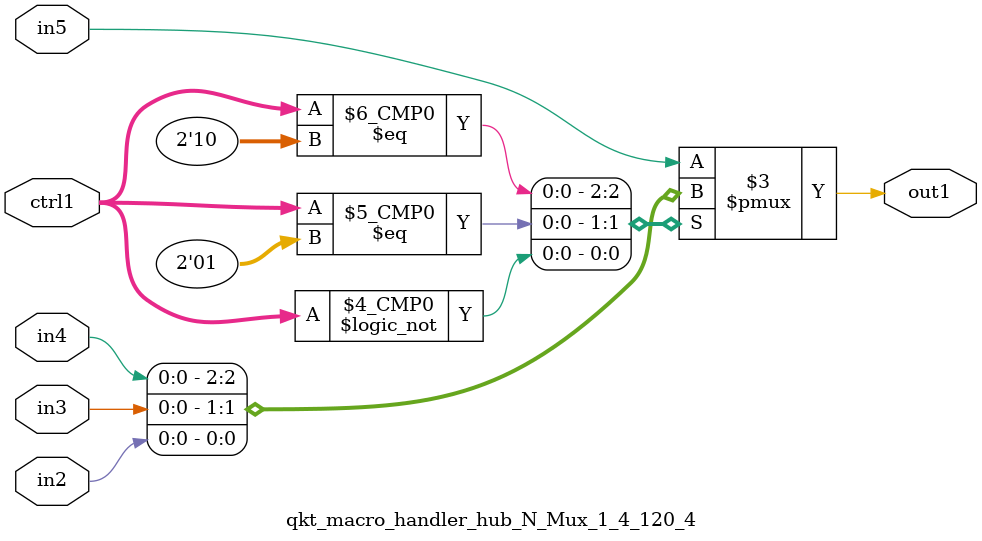
<source format=v>

`timescale 1ps / 1ps


module qkt_macro_handler_hub_N_Mux_1_4_120_4( in5, in4, in3, in2, ctrl1, out1 );

    input in5;
    input in4;
    input in3;
    input in2;
    input [1:0] ctrl1;
    output out1;
    reg out1;

    
    // rtl_process:qkt_macro_handler_hub_N_Mux_1_4_120_4/qkt_macro_handler_hub_N_Mux_1_4_120_4_thread_1
    always @*
      begin : qkt_macro_handler_hub_N_Mux_1_4_120_4_thread_1
        case (ctrl1) 
          2'd2: 
            begin
              out1 = in4;
            end
          2'd1: 
            begin
              out1 = in3;
            end
          2'd0: 
            begin
              out1 = in2;
            end
          default: 
            begin
              out1 = in5;
            end
        endcase
      end

endmodule



</source>
